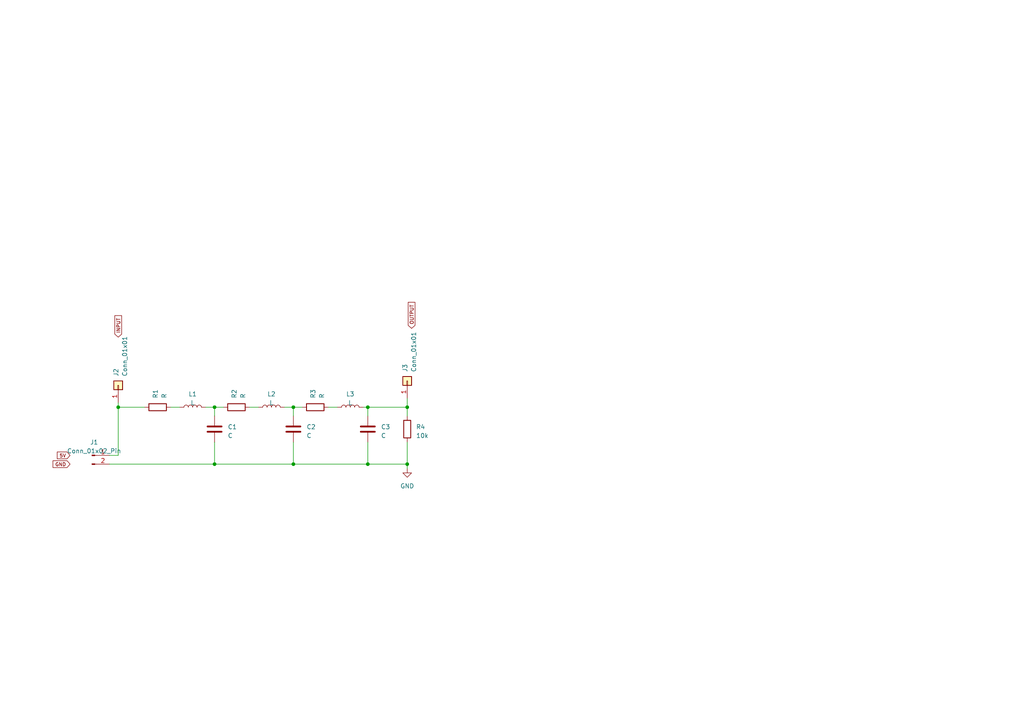
<source format=kicad_sch>
(kicad_sch (version 20230121) (generator eeschema)
  (paper "A4")
  (lib_symbols
    (symbol "Connector:Conn_01x02_Pin" (pin_names (offset 1.016) hide)
      (property "Reference" "J" (at 0 2.54 0))
      (property "Value" "Conn_01x02_Pin" (at 0 -5.08 0))
      (symbol "Conn_01x02_Pin_1_1"
        (polyline (pts (xy 1.27 -2.54) (xy 0.8636 -2.54)) (stroke (width 0.1524)))
        (polyline (pts (xy 1.27 0) (xy 0.8636 0)) (stroke (width 0.1524)))
        (rectangle (start 0.8636 -2.413) (end 0 -2.667) (stroke (width 0.1524)) (fill (type outline)))
        (rectangle (start 0.8636 0.127) (end 0 -0.127) (stroke (width 0.1524)) (fill (type outline)))
        (pin passive line (at 5.08 0 180) (length 3.81) (name "Pin_1") (number "1"))
        (pin passive line (at 5.08 -2.54 180) (length 3.81) (name "Pin_2") (number "2"))
      )
    )
    (symbol "Connector_Generic:Conn_01x01" (pin_names (offset 1.016) hide)
      (property "Reference" "J" (at 0 2.54 0))
      (property "Value" "Conn_01x01" (at 0 -2.54 0))
      (symbol "Conn_01x01_1_1"
        (rectangle (start -1.27 0.127) (end 0 -0.127) (stroke (width 0.1524)))
        (rectangle (start -1.27 1.27) (end 1.27 -1.27) (stroke (width 0.254)) (fill (type background)))
        (pin passive line (at -5.08 0 0) (length 3.81) (name "Pin_1") (number "1"))
      )
    )
    (symbol "Device:C" (pin_numbers hide) (pin_names (offset 0.254))
      (property "Reference" "C" (at 0.635 2.54 0))
      (property "Value" "C" (at 0.635 -2.54 0))
      (symbol "C_0_1"
        (polyline (pts (xy -2.032 -0.762) (xy 2.032 -0.762)) (stroke (width 0.508)))
        (polyline (pts (xy -2.032 0.762) (xy 2.032 0.762)) (stroke (width 0.508)))
      )
      (symbol "C_1_1"
        (pin passive line (at 0 3.81 270) (length 2.794) (name "~") (number "1"))
        (pin passive line (at 0 -3.81 90) (length 2.794) (name "~") (number "2"))
      )
    )
    (symbol "Device:L" (pin_numbers hide) (pin_names (offset 1.016) hide)
      (property "Reference" "L" (at -1.27 0 90))
      (property "Value" "L" (at 1.905 0 90))
      (symbol "L_0_1"
        (arc (start 0 -2.54) (mid 0.6323 -1.905) (end 0 -1.27))
        (arc (start 0 -1.27) (mid 0.6323 -0.635) (end 0 0))
        (arc (start 0 0) (mid 0.6323 0.635) (end 0 1.27))
        (arc (start 0 1.27) (mid 0.6323 1.905) (end 0 2.54))
      )
      (symbol "L_1_1"
        (pin passive line (at 0 3.81 270) (length 1.27) (name "1") (number "1"))
        (pin passive line (at 0 -3.81 90) (length 1.27) (name "2") (number "2"))
      )
    )
    (symbol "Device:R" (pin_numbers hide) (pin_names (offset 0))
      (property "Reference" "R" (at 2.032 0 90))
      (property "Value" "R" (at 0 0 90))
      (symbol "R_0_1"
        (rectangle (start -1.016 -2.54) (end 1.016 2.54) (stroke (width 0.254)))
      )
      (symbol "R_1_1"
        (pin passive line (at 0 3.81 270) (length 1.27) (name "~") (number "1"))
        (pin passive line (at 0 -3.81 90) (length 1.27) (name "~") (number "2"))
      )
    )
    (symbol "power:GND" (power) (pin_names (offset 0))
      (property "Value" "GND" (at 0 -3.81 0))
      (symbol "GND_0_1"
        (polyline (pts (xy 0 0) (xy 0 -1.27) (xy 1.27 -1.27) (xy 0 -2.54) (xy -1.27 -1.27) (xy 0 -1.27)))
      )
      (symbol "GND_1_1"
        (pin power_in line (at 0 0 270) (length 0) hide (name "GND") (number "1"))
      )
    )
  )
  (junction (at 106.68 118.11))
  (junction (at 118.11 118.11))
  (junction (at 62.23 118.11))
  (junction (at 85.09 134.62))
  (junction (at 118.11 134.62))
  (junction (at 34.29 118.11))
  (junction (at 106.68 134.62))
  (junction (at 85.09 118.11))
  (junction (at 62.23 134.62))
  (wire (pts (xy 118.11 134.62) (xy 118.11 135.89)))
  (wire (pts (xy 34.29 118.11) (xy 34.29 132.08)))
  (wire (pts (xy 72.39 118.11) (xy 74.93 118.11)))
  (wire (pts (xy 106.68 128.27) (xy 106.68 134.62)))
  (wire (pts (xy 105.41 118.11) (xy 106.68 118.11)))
  (wire (pts (xy 62.23 134.62) (xy 85.09 134.62)))
  (wire (pts (xy 82.55 118.11) (xy 85.09 118.11)))
  (wire (pts (xy 106.68 118.11) (xy 106.68 120.65)))
  (wire (pts (xy 85.09 118.11) (xy 87.63 118.11)))
  (wire (pts (xy 106.68 118.11) (xy 118.11 118.11)))
  (wire (pts (xy 49.53 118.11) (xy 52.07 118.11)))
  (wire (pts (xy 31.75 132.08) (xy 34.29 132.08)))
  (wire (pts (xy 118.11 115.57) (xy 118.11 118.11)))
  (wire (pts (xy 85.09 128.27) (xy 85.09 134.62)))
  (wire (pts (xy 85.09 120.65) (xy 85.09 118.11)))
  (wire (pts (xy 62.23 128.27) (xy 62.23 134.62)))
  (wire (pts (xy 31.75 134.62) (xy 62.23 134.62)))
  (wire (pts (xy 106.68 134.62) (xy 118.11 134.62)))
  (wire (pts (xy 95.25 118.11) (xy 97.79 118.11)))
  (wire (pts (xy 59.69 118.11) (xy 62.23 118.11)))
  (wire (pts (xy 62.23 118.11) (xy 62.23 120.65)))
  (wire (pts (xy 118.11 134.62) (xy 118.11 128.27)))
  (wire (pts (xy 34.29 118.11) (xy 41.91 118.11)))
  (wire (pts (xy 85.09 134.62) (xy 106.68 134.62)))
  (wire (pts (xy 62.23 118.11) (xy 64.77 118.11)))
  (wire (pts (xy 118.11 118.11) (xy 118.11 120.65)))
  (wire (pts (xy 34.29 116.84) (xy 34.29 118.11)))
  (global_label "INPUT" (shape input) (at 34.29 97.79 90) (effects (font (size 1 1))) (property "Intersheetrefs" "${INTERSHEET_REFS}" (effects hide)))
  (global_label "5V" (shape input) (at 20.32 132.08 180) (effects (font (size 1 1))) (property "Intersheetrefs" "${INTERSHEET_REFS}" (effects hide)))
  (global_label "OUTPUT" (shape input) (at 119.38 95.25 90) (effects (font (size 1 1))) (property "Intersheetrefs" "${INTERSHEET_REFS}" (effects hide)))
  (global_label "GND" (shape input) (at 20.32 134.62 180) (effects (font (size 1 1))) (property "Intersheetrefs" "${INTERSHEET_REFS}" (effects hide)))
  (symbol (lib_id "Device:C") (at 85.09 124.46 0) (unit 1)
    (property "Reference" "C2" (at 88.9 123.825 0) (effects (justify left)))
    (property "Value" "C" (at 88.9 126.365 0) (effects (justify left)))
    (property "Footprint" "Capacitor_SMD:C_1206_3216Metric" (effects hide))
  )
  (symbol (lib_id "Device:L") (at 55.88 118.11 90) (unit 1)
    (property "Reference" "L1" (at 55.88 114.3 90))
    (property "Value" "L" (at 55.88 116.84 90))
    (property "Footprint" "Inductor_SMD:L_1206_3216Metric" (effects hide))
  )
  (symbol (lib_id "Device:R") (at 118.11 124.46 180) (unit 1)
    (property "Reference" "R4" (at 120.65 123.825 0) (effects (justify right)))
    (property "Value" "10k" (at 120.65 126.365 0) (effects (justify right)))
    (property "Footprint" "Resistor_SMD:R_1206_3216Metric" (effects hide))
  )
  (symbol (lib_id "Connector_Generic:Conn_01x01") (at 118.11 110.49 90) (unit 1)
    (property "Reference" "J3" (at 117.475 107.95 0) (effects (justify left)))
    (property "Value" "Conn_01x01" (at 120.015 107.95 0) (effects (justify left)))
    (property "Footprint" "Connector_PinHeader_2.54mm:PinHeader_1x01_P2.54mm_Vertical" (effects hide))
  )
  (symbol (lib_id "Connector:Conn_01x02_Pin") (at 26.67 132.08 0) (unit 1)
    (property "Reference" "J1" (at 27.305 128.27 0))
    (property "Value" "Conn_01x02_Pin" (at 27.305 130.81 0))
    (property "Footprint" "Connector_PinHeader_2.54mm:PinHeader_1x02_P2.54mm_Vertical" (effects hide))
  )
  (symbol (lib_id "Device:L") (at 78.74 118.11 90) (unit 1)
    (property "Reference" "L2" (at 78.74 114.3 90))
    (property "Value" "L" (at 78.74 116.84 90))
    (property "Footprint" "Inductor_SMD:L_1206_3216Metric" (effects hide))
  )
  (symbol (lib_id "Device:R") (at 45.72 118.11 90) (unit 1)
    (property "Reference" "R1" (at 45.085 115.57 0) (effects (justify left)))
    (property "Value" "R" (at 47.625 115.57 0) (effects (justify left)))
    (property "Footprint" "Resistor_SMD:R_1206_3216Metric" (effects hide))
  )
  (symbol (lib_id "Device:C") (at 62.23 124.46 0) (unit 1)
    (property "Reference" "C1" (at 66.04 123.825 0) (effects (justify left)))
    (property "Value" "C" (at 66.04 126.365 0) (effects (justify left)))
    (property "Footprint" "Capacitor_SMD:C_1206_3216Metric" (effects hide))
  )
  (symbol (lib_id "power:GND") (at 118.11 135.89 0) (unit 1)
    (property "Reference" "#PWR01" (effects hide))
    (property "Value" "GND" (at 118.11 140.97 0))
  )
  (symbol (lib_id "Connector_Generic:Conn_01x01") (at 34.29 111.76 90) (unit 1)
    (property "Reference" "J2" (at 33.655 109.22 0) (effects (justify left)))
    (property "Value" "Conn_01x01" (at 36.195 109.22 0) (effects (justify left)))
    (property "Footprint" "Connector_PinHeader_2.54mm:PinHeader_1x01_P2.54mm_Vertical" (effects hide))
  )
  (symbol (lib_id "Device:R") (at 91.44 118.11 90) (unit 1)
    (property "Reference" "R3" (at 90.805 115.57 0) (effects (justify left)))
    (property "Value" "R" (at 93.345 115.57 0) (effects (justify left)))
    (property "Footprint" "Resistor_SMD:R_1206_3216Metric" (effects hide))
  )
  (symbol (lib_id "Device:C") (at 106.68 124.46 0) (unit 1)
    (property "Reference" "C3" (at 110.49 123.825 0) (effects (justify left)))
    (property "Value" "C" (at 110.49 126.365 0) (effects (justify left)))
    (property "Footprint" "Capacitor_SMD:C_1206_3216Metric" (effects hide))
  )
  (symbol (lib_id "Device:R") (at 68.58 118.11 90) (unit 1)
    (property "Reference" "R2" (at 67.945 115.57 0) (effects (justify left)))
    (property "Value" "R" (at 70.485 115.57 0) (effects (justify left)))
    (property "Footprint" "Resistor_SMD:R_1206_3216Metric" (effects hide))
  )
  (symbol (lib_id "Device:L") (at 101.6 118.11 90) (unit 1)
    (property "Reference" "L3" (at 101.6 114.3 90))
    (property "Value" "L" (at 101.6 116.84 90))
    (property "Footprint" "Inductor_SMD:L_1206_3216Metric" (effects hide))
  )
)
</source>
